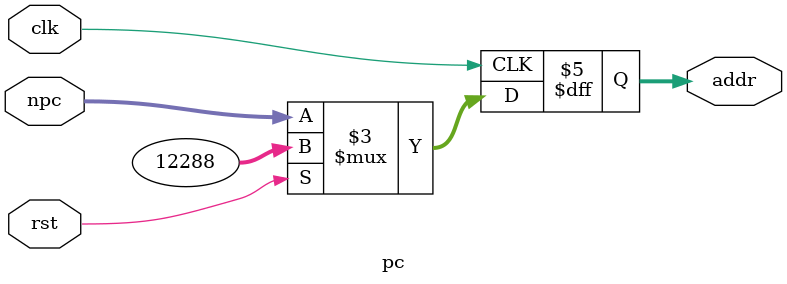
<source format=v>
`timescale 1ns / 1ps


module pc( input clk,
           input rst,
           input [31:0]npc,
           output reg[31:0]addr);
           always @(posedge clk )
           begin 
               if(rst)
                    addr <= 32'b11_0000_0000_0000;
               else 
                    addr <= npc;
           end
           
endmodule

</source>
